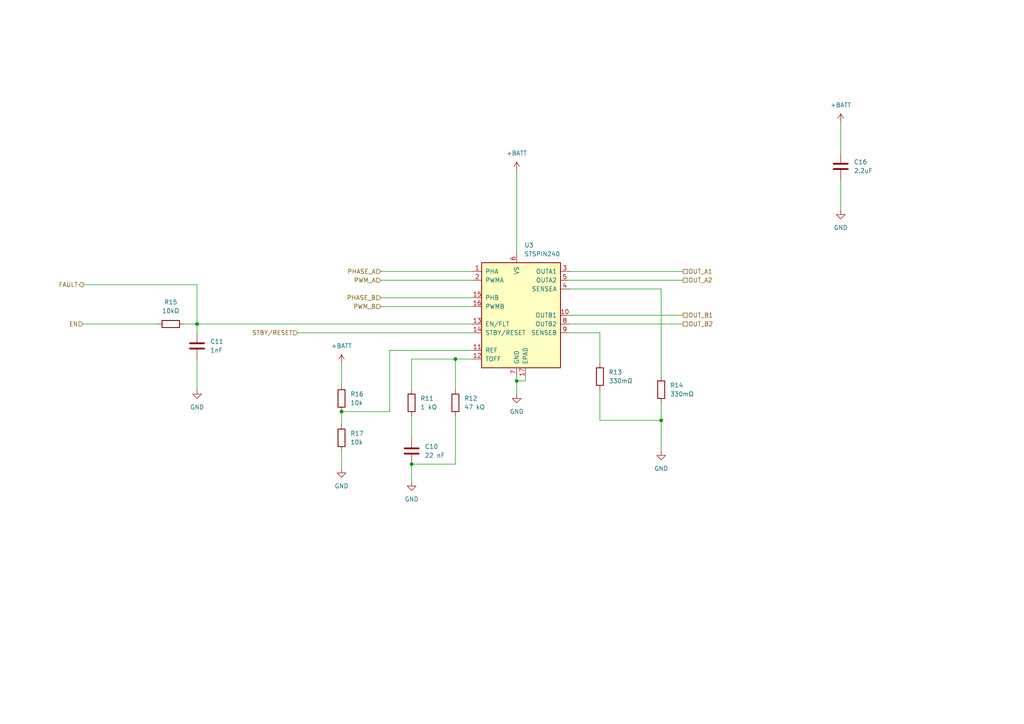
<source format=kicad_sch>
(kicad_sch (version 20230121) (generator eeschema)
  (paper "A4")
  (lib_symbols
    (symbol "Device:C" (pin_numbers hide) (pin_names (offset 0.254))
      (property "Reference" "C" (at 0.635 2.54 0))
      (property "Value" "C" (at 0.635 -2.54 0))
      (symbol "C_0_1"
        (polyline (pts (xy -2.032 -0.762) (xy 2.032 -0.762)) (stroke (width 0.508)))
        (polyline (pts (xy -2.032 0.762) (xy 2.032 0.762)) (stroke (width 0.508)))
      )
      (symbol "C_1_1"
        (pin passive line (at 0 3.81 270) (length 2.794) (name "~") (number "1"))
        (pin passive line (at 0 -3.81 90) (length 2.794) (name "~") (number "2"))
      )
    )
    (symbol "Device:R" (pin_numbers hide) (pin_names (offset 0))
      (property "Reference" "R" (at 2.032 0 90))
      (property "Value" "R" (at 0 0 90))
      (symbol "R_0_1"
        (rectangle (start -1.016 -2.54) (end 1.016 2.54) (stroke (width 0.254)))
      )
      (symbol "R_1_1"
        (pin passive line (at 0 3.81 270) (length 1.27) (name "~") (number "1"))
        (pin passive line (at 0 -3.81 90) (length 1.27) (name "~") (number "2"))
      )
    )
    (symbol "Driver_Motor:STSPIN240" (pin_names (offset 1.016))
      (property "Reference" "U" (at -10.16 16.51 0))
      (property "Value" "STSPIN240" (at 5.08 16.51 0))
      (symbol "STSPIN240_0_1"
        (rectangle (start -10.16 15.24) (end 12.7 -15.24) (stroke (width 0.254)) (fill (type background)))
      )
      (symbol "STSPIN240_1_1"
        (pin input line (at -12.7 12.7 0) (length 2.54) (name "PHA") (number "1"))
        (pin power_out line (at 15.24 0 180) (length 2.54) (name "OUTB1") (number "10"))
        (pin input line (at -12.7 -10.16 0) (length 2.54) (name "REF") (number "11"))
        (pin input line (at -12.7 -12.7 0) (length 2.54) (name "TOFF") (number "12"))
        (pin bidirectional line (at -12.7 -2.54 0) (length 2.54) (name "EN/FLT") (number "13"))
        (pin input line (at -12.7 -5.08 0) (length 2.54) (name "STBY/RESET") (number "14"))
        (pin input line (at -12.7 5.08 0) (length 2.54) (name "PHB") (number "15"))
        (pin input line (at -12.7 2.54 0) (length 2.54) (name "PWMB") (number "16"))
        (pin power_in line (at 2.54 -17.78 90) (length 2.54) (name "EPAD") (number "17"))
        (pin input line (at -12.7 10.16 0) (length 2.54) (name "PWMA") (number "2"))
        (pin power_out line (at 15.24 12.7 180) (length 2.54) (name "OUTA1") (number "3"))
        (pin power_out line (at 15.24 7.62 180) (length 2.54) (name "SENSEA") (number "4"))
        (pin power_out line (at 15.24 10.16 180) (length 2.54) (name "OUTA2") (number "5"))
        (pin power_in line (at 0 17.78 270) (length 2.54) (name "VS") (number "6"))
        (pin power_in line (at 0 -17.78 90) (length 2.54) (name "GND") (number "7"))
        (pin power_out line (at 15.24 -2.54 180) (length 2.54) (name "OUTB2") (number "8"))
        (pin power_out line (at 15.24 -5.08 180) (length 2.54) (name "SENSEB") (number "9"))
      )
    )
    (symbol "power:+BATT" (power) (pin_names (offset 0))
      (property "Value" "+BATT" (at 0 3.556 0))
      (symbol "+BATT_0_1"
        (polyline (pts (xy -0.762 1.27) (xy 0 2.54)))
        (polyline (pts (xy 0 0) (xy 0 2.54)))
        (polyline (pts (xy 0 2.54) (xy 0.762 1.27)))
      )
      (symbol "+BATT_1_1"
        (pin power_in line (at 0 0 90) (length 0) hide (name "+BATT") (number "1"))
      )
    )
    (symbol "power:GND" (power) (pin_names (offset 0))
      (property "Value" "GND" (at 0 -3.81 0))
      (symbol "GND_0_1"
        (polyline (pts (xy 0 0) (xy 0 -1.27) (xy 1.27 -1.27) (xy 0 -2.54) (xy -1.27 -1.27) (xy 0 -1.27)))
      )
      (symbol "GND_1_1"
        (pin power_in line (at 0 0 270) (length 0) hide (name "GND") (number "1"))
      )
    )
  )
  (junction (at 99.06 119.38))
  (junction (at 119.38 134.62))
  (junction (at 57.15 93.98))
  (junction (at 191.77 121.92))
  (junction (at 149.86 110.49))
  (junction (at 132.08 104.14))
  (wire (pts (xy 99.06 130.81) (xy 99.06 135.89)))
  (wire (pts (xy 173.99 121.92) (xy 191.77 121.92)))
  (wire (pts (xy 243.84 35.56) (xy 243.84 44.45)))
  (wire (pts (xy 110.49 88.9) (xy 137.16 88.9)))
  (wire (pts (xy 152.4 109.22) (xy 152.4 110.49)))
  (wire (pts (xy 57.15 96.52) (xy 57.15 93.98)))
  (wire (pts (xy 57.15 104.14) (xy 57.15 113.03)))
  (wire (pts (xy 149.86 49.53) (xy 149.86 73.66)))
  (wire (pts (xy 99.06 119.38) (xy 99.06 123.19)))
  (wire (pts (xy 113.03 101.6) (xy 137.16 101.6)))
  (wire (pts (xy 99.06 119.38) (xy 113.03 119.38)))
  (wire (pts (xy 191.77 121.92) (xy 191.77 130.81)))
  (wire (pts (xy 110.49 78.74) (xy 137.16 78.74)))
  (wire (pts (xy 132.08 120.65) (xy 132.08 134.62)))
  (wire (pts (xy 165.1 96.52) (xy 173.99 96.52)))
  (wire (pts (xy 243.84 52.07) (xy 243.84 60.96)))
  (wire (pts (xy 86.36 96.52) (xy 137.16 96.52)))
  (wire (pts (xy 132.08 134.62) (xy 119.38 134.62)))
  (wire (pts (xy 152.4 110.49) (xy 149.86 110.49)))
  (wire (pts (xy 53.34 93.98) (xy 57.15 93.98)))
  (wire (pts (xy 165.1 91.44) (xy 198.12 91.44)))
  (wire (pts (xy 24.13 82.55) (xy 57.15 82.55)))
  (wire (pts (xy 165.1 93.98) (xy 198.12 93.98)))
  (wire (pts (xy 119.38 120.65) (xy 119.38 127)))
  (wire (pts (xy 191.77 83.82) (xy 191.77 109.22)))
  (wire (pts (xy 24.13 93.98) (xy 45.72 93.98)))
  (wire (pts (xy 119.38 113.03) (xy 119.38 104.14)))
  (wire (pts (xy 113.03 119.38) (xy 113.03 101.6)))
  (wire (pts (xy 132.08 104.14) (xy 137.16 104.14)))
  (wire (pts (xy 110.49 81.28) (xy 137.16 81.28)))
  (wire (pts (xy 191.77 116.84) (xy 191.77 121.92)))
  (wire (pts (xy 165.1 81.28) (xy 198.12 81.28)))
  (wire (pts (xy 57.15 82.55) (xy 57.15 93.98)))
  (wire (pts (xy 132.08 104.14) (xy 132.08 113.03)))
  (wire (pts (xy 173.99 96.52) (xy 173.99 105.41)))
  (wire (pts (xy 165.1 78.74) (xy 198.12 78.74)))
  (wire (pts (xy 173.99 113.03) (xy 173.99 121.92)))
  (wire (pts (xy 149.86 110.49) (xy 149.86 114.3)))
  (wire (pts (xy 110.49 86.36) (xy 137.16 86.36)))
  (wire (pts (xy 57.15 93.98) (xy 137.16 93.98)))
  (wire (pts (xy 119.38 104.14) (xy 132.08 104.14)))
  (wire (pts (xy 99.06 105.41) (xy 99.06 111.76)))
  (wire (pts (xy 149.86 109.22) (xy 149.86 110.49)))
  (wire (pts (xy 119.38 134.62) (xy 119.38 139.7)))
  (wire (pts (xy 165.1 83.82) (xy 191.77 83.82)))
  (hierarchical_label "PHASE_A" (shape input) (at 110.49 78.74 180))
  (hierarchical_label "OUT_A2" (shape passive) (at 198.12 81.28 0))
  (hierarchical_label "PWM_A" (shape input) (at 110.49 81.28 180))
  (hierarchical_label "FAULT" (shape output) (at 24.13 82.55 180))
  (hierarchical_label "PHASE_B" (shape input) (at 110.49 86.36 180))
  (hierarchical_label "PWM_B" (shape input) (at 110.49 88.9 180))
  (hierarchical_label "OUT_B2" (shape passive) (at 198.12 93.98 0))
  (hierarchical_label "OUT_A1" (shape passive) (at 198.12 78.74 0))
  (hierarchical_label "OUT_B1" (shape passive) (at 198.12 91.44 0))
  (hierarchical_label "STBY{slash}RESET" (shape input) (at 86.36 96.52 180))
  (hierarchical_label "EN" (shape input) (at 24.13 93.98 180))
  (symbol (lib_id "power:GND") (at 149.86 114.3 0) (unit 1)
    (property "Reference" "#PWR010" (effects hide))
    (property "Value" "GND" (at 149.86 119.38 0))
  )
  (symbol (lib_id "Device:C") (at 119.38 130.81 0) (unit 1)
    (property "Reference" "C10" (at 123.19 129.54 0) (effects (justify left)))
    (property "Value" "22 nF" (at 123.19 132.08 0) (effects (justify left)))
    (property "Footprint" "Capacitor_SMD:C_0603_1608Metric" (effects hide))
  )
  (symbol (lib_id "Device:C") (at 57.15 100.33 0) (unit 1)
    (property "Reference" "C11" (at 60.96 99.06 0) (effects (justify left)))
    (property "Value" "1nF" (at 60.96 101.6 0) (effects (justify left)))
    (property "Footprint" "Capacitor_SMD:C_0603_1608Metric" (effects hide))
  )
  (symbol (lib_id "Device:C") (at 243.84 48.26 0) (unit 1)
    (property "Reference" "C16" (at 247.65 46.99 0) (effects (justify left)))
    (property "Value" "2.2uF" (at 247.65 49.53 0) (effects (justify left)))
    (property "Footprint" "Capacitor_SMD:C_0603_1608Metric" (effects hide))
  )
  (symbol (lib_id "power:GND") (at 119.38 139.7 0) (unit 1)
    (property "Reference" "#PWR022" (effects hide))
    (property "Value" "GND" (at 119.38 144.78 0))
  )
  (symbol (lib_id "power:GND") (at 57.15 113.03 0) (unit 1)
    (property "Reference" "#PWR024" (effects hide))
    (property "Value" "GND" (at 57.15 118.11 0))
  )
  (symbol (lib_id "Device:R") (at 191.77 113.03 0) (unit 1)
    (property "Reference" "R14" (at 194.31 111.76 0) (effects (justify left)))
    (property "Value" "330mΩ " (at 194.31 114.3 0) (effects (justify left)))
    (property "Footprint" "Resistor_SMD:R_2512_6332Metric" (effects hide))
  )
  (symbol (lib_id "Device:R") (at 173.99 109.22 0) (unit 1)
    (property "Reference" "R13" (at 176.53 107.95 0) (effects (justify left)))
    (property "Value" "330mΩ " (at 176.53 110.49 0) (effects (justify left)))
    (property "Footprint" "Resistor_SMD:R_2512_6332Metric" (effects hide))
  )
  (symbol (lib_id "power:GND") (at 99.06 135.89 0) (unit 1)
    (property "Reference" "#PWR026" (effects hide))
    (property "Value" "GND" (at 99.06 140.97 0))
  )
  (symbol (lib_id "power:GND") (at 243.84 60.96 0) (unit 1)
    (property "Reference" "#PWR038" (effects hide))
    (property "Value" "GND" (at 243.84 66.04 0))
  )
  (symbol (lib_id "Device:R") (at 99.06 115.57 0) (unit 1)
    (property "Reference" "R16" (at 101.6 114.3 0) (effects (justify left)))
    (property "Value" "10k" (at 101.6 116.84 0) (effects (justify left)))
    (property "Footprint" "Resistor_SMD:R_0603_1608Metric" (effects hide))
  )
  (symbol (lib_id "power:+BATT") (at 99.06 105.41 0) (unit 1)
    (property "Reference" "#PWR039" (effects hide))
    (property "Value" "+BATT" (at 99.06 100.33 0))
  )
  (symbol (lib_id "power:+BATT") (at 243.84 35.56 0) (unit 1)
    (property "Reference" "#PWR035" (effects hide))
    (property "Value" "+BATT" (at 243.84 30.48 0))
  )
  (symbol (lib_id "power:GND") (at 191.77 130.81 0) (unit 1)
    (property "Reference" "#PWR023" (effects hide))
    (property "Value" "GND" (at 191.77 135.89 0))
  )
  (symbol (lib_id "power:+BATT") (at 149.86 49.53 0) (unit 1)
    (property "Reference" "#PWR013" (effects hide))
    (property "Value" "+BATT" (at 149.86 44.45 0))
  )
  (symbol (lib_id "Driver_Motor:STSPIN240") (at 149.86 91.44 0) (unit 1)
    (property "Reference" "U3" (at 152.0541 71.12 0) (effects (justify left)))
    (property "Value" "STSPIN240" (at 152.0541 73.66 0) (effects (justify left)))
    (property "Footprint" "Package_DFN_QFN:VQFN-16-1EP_3x3mm_P0.5mm_EP1.8x1.8mm" (effects hide))
    (property "Datasheet" "www.st.com/resource/en/datasheet/stspin240.pdf" (effects hide))
  )
  (symbol (lib_id "Device:R") (at 119.38 116.84 0) (unit 1)
    (property "Reference" "R11" (at 121.92 115.57 0) (effects (justify left)))
    (property "Value" "1 kΩ" (at 121.92 118.11 0) (effects (justify left)))
    (property "Footprint" "Resistor_SMD:R_0603_1608Metric" (effects hide))
  )
  (symbol (lib_id "Device:R") (at 49.53 93.98 90) (unit 1)
    (property "Reference" "R15" (at 49.53 87.63 90))
    (property "Value" "10kΩ" (at 49.53 90.17 90))
    (property "Footprint" "Resistor_SMD:R_0603_1608Metric" (effects hide))
  )
  (symbol (lib_id "Device:R") (at 99.06 127 0) (unit 1)
    (property "Reference" "R17" (at 101.6 125.73 0) (effects (justify left)))
    (property "Value" "10k" (at 101.6 128.27 0) (effects (justify left)))
    (property "Footprint" "Resistor_SMD:R_0603_1608Metric" (effects hide))
  )
  (symbol (lib_id "Device:R") (at 132.08 116.84 0) (unit 1)
    (property "Reference" "R12" (at 134.62 115.57 0) (effects (justify left)))
    (property "Value" "47 kΩ" (at 134.62 118.11 0) (effects (justify left)))
    (property "Footprint" "Resistor_SMD:R_0603_1608Metric" (effects hide))
  )
)
</source>
